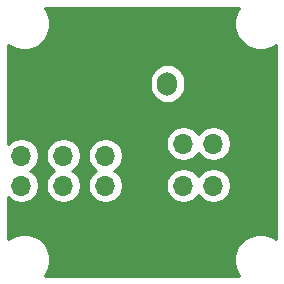
<source format=gbr>
%TF.GenerationSoftware,KiCad,Pcbnew,(5.1.9)-1*%
%TF.CreationDate,2021-08-13T14:48:15+01:00*%
%TF.ProjectId,5-servos,352d7365-7276-46f7-932e-6b696361645f,rev?*%
%TF.SameCoordinates,Original*%
%TF.FileFunction,Copper,L2,Bot*%
%TF.FilePolarity,Positive*%
%FSLAX46Y46*%
G04 Gerber Fmt 4.6, Leading zero omitted, Abs format (unit mm)*
G04 Created by KiCad (PCBNEW (5.1.9)-1) date 2021-08-13 14:48:15*
%MOMM*%
%LPD*%
G01*
G04 APERTURE LIST*
%TA.AperFunction,ComponentPad*%
%ADD10O,1.700000X1.700000*%
%TD*%
%TA.AperFunction,ComponentPad*%
%ADD11R,1.700000X1.700000*%
%TD*%
%TA.AperFunction,ComponentPad*%
%ADD12O,1.700000X2.000000*%
%TD*%
%TA.AperFunction,ViaPad*%
%ADD13C,0.800000*%
%TD*%
%TA.AperFunction,Conductor*%
%ADD14C,0.254000*%
%TD*%
%TA.AperFunction,Conductor*%
%ADD15C,0.100000*%
%TD*%
G04 APERTURE END LIST*
D10*
%TO.P,J10,3*%
%TO.N,Net-(J1-Pad1)*%
X159766000Y-155702000D03*
%TO.P,J10,2*%
%TO.N,+BATT*%
X159766000Y-153162000D03*
D11*
%TO.P,J10,1*%
%TO.N,GND*%
X159766000Y-150622000D03*
%TD*%
D10*
%TO.P,J5,3*%
%TO.N,Net-(J1-Pad3)*%
X163322000Y-155702000D03*
%TO.P,J5,2*%
%TO.N,+BATT*%
X163322000Y-153162000D03*
D11*
%TO.P,J5,1*%
%TO.N,GND*%
X163322000Y-150622000D03*
%TD*%
D10*
%TO.P,J4,3*%
%TO.N,Net-(J1-Pad4)*%
X166878000Y-155702000D03*
%TO.P,J4,2*%
%TO.N,+BATT*%
X166878000Y-153162000D03*
D11*
%TO.P,J4,1*%
%TO.N,GND*%
X166878000Y-150622000D03*
%TD*%
D10*
%TO.P,J3,3*%
%TO.N,Net-(J1-Pad5)*%
X173482000Y-152146000D03*
%TO.P,J3,2*%
%TO.N,+BATT*%
X176022000Y-152146000D03*
D11*
%TO.P,J3,1*%
%TO.N,GND*%
X178562000Y-152146000D03*
%TD*%
D10*
%TO.P,J2,3*%
%TO.N,Net-(J1-Pad6)*%
X173482000Y-155702000D03*
%TO.P,J2,2*%
%TO.N,+BATT*%
X176022000Y-155702000D03*
D11*
%TO.P,J2,1*%
%TO.N,GND*%
X178562000Y-155702000D03*
%TD*%
D12*
%TO.P,J6,2*%
%TO.N,+BATT*%
X172125000Y-147066000D03*
%TO.P,J6,1*%
%TO.N,GND*%
%TA.AperFunction,ComponentPad*%
G36*
G01*
X175475000Y-146316000D02*
X175475000Y-147816000D01*
G75*
G02*
X175225000Y-148066000I-250000J0D01*
G01*
X174025000Y-148066000D01*
G75*
G02*
X173775000Y-147816000I0J250000D01*
G01*
X173775000Y-146316000D01*
G75*
G02*
X174025000Y-146066000I250000J0D01*
G01*
X175225000Y-146066000D01*
G75*
G02*
X175475000Y-146316000I0J-250000D01*
G01*
G37*
%TD.AperFunction*%
%TD*%
D13*
%TO.N,GND*%
X177038000Y-158877000D03*
%TD*%
D14*
%TO.N,GND*%
X178026458Y-140945120D02*
X177858582Y-141350408D01*
X177773000Y-141780660D01*
X177773000Y-142219340D01*
X177858582Y-142649592D01*
X178026458Y-143054880D01*
X178270176Y-143419630D01*
X178580370Y-143729824D01*
X178945120Y-143973542D01*
X179350408Y-144141418D01*
X179780660Y-144227000D01*
X180219340Y-144227000D01*
X180649592Y-144141418D01*
X181054880Y-143973542D01*
X181340000Y-143783031D01*
X181340001Y-160216970D01*
X181054880Y-160026458D01*
X180649592Y-159858582D01*
X180219340Y-159773000D01*
X179780660Y-159773000D01*
X179350408Y-159858582D01*
X178945120Y-160026458D01*
X178580370Y-160270176D01*
X178270176Y-160580370D01*
X178026458Y-160945120D01*
X177858582Y-161350408D01*
X177773000Y-161780660D01*
X177773000Y-162219340D01*
X177858582Y-162649592D01*
X178026458Y-163054880D01*
X178216969Y-163340000D01*
X161783031Y-163340000D01*
X161973542Y-163054880D01*
X162141418Y-162649592D01*
X162227000Y-162219340D01*
X162227000Y-161780660D01*
X162141418Y-161350408D01*
X161973542Y-160945120D01*
X161729824Y-160580370D01*
X161419630Y-160270176D01*
X161054880Y-160026458D01*
X160649592Y-159858582D01*
X160219340Y-159773000D01*
X159780660Y-159773000D01*
X159350408Y-159858582D01*
X158945120Y-160026458D01*
X158660000Y-160216969D01*
X158660000Y-156696107D01*
X158819368Y-156855475D01*
X159062589Y-157017990D01*
X159332842Y-157129932D01*
X159619740Y-157187000D01*
X159912260Y-157187000D01*
X160199158Y-157129932D01*
X160469411Y-157017990D01*
X160712632Y-156855475D01*
X160919475Y-156648632D01*
X161081990Y-156405411D01*
X161193932Y-156135158D01*
X161251000Y-155848260D01*
X161251000Y-155555740D01*
X161193932Y-155268842D01*
X161081990Y-154998589D01*
X160919475Y-154755368D01*
X160712632Y-154548525D01*
X160538240Y-154432000D01*
X160712632Y-154315475D01*
X160919475Y-154108632D01*
X161081990Y-153865411D01*
X161193932Y-153595158D01*
X161251000Y-153308260D01*
X161251000Y-153015740D01*
X161837000Y-153015740D01*
X161837000Y-153308260D01*
X161894068Y-153595158D01*
X162006010Y-153865411D01*
X162168525Y-154108632D01*
X162375368Y-154315475D01*
X162549760Y-154432000D01*
X162375368Y-154548525D01*
X162168525Y-154755368D01*
X162006010Y-154998589D01*
X161894068Y-155268842D01*
X161837000Y-155555740D01*
X161837000Y-155848260D01*
X161894068Y-156135158D01*
X162006010Y-156405411D01*
X162168525Y-156648632D01*
X162375368Y-156855475D01*
X162618589Y-157017990D01*
X162888842Y-157129932D01*
X163175740Y-157187000D01*
X163468260Y-157187000D01*
X163755158Y-157129932D01*
X164025411Y-157017990D01*
X164268632Y-156855475D01*
X164475475Y-156648632D01*
X164637990Y-156405411D01*
X164749932Y-156135158D01*
X164807000Y-155848260D01*
X164807000Y-155555740D01*
X164749932Y-155268842D01*
X164637990Y-154998589D01*
X164475475Y-154755368D01*
X164268632Y-154548525D01*
X164094240Y-154432000D01*
X164268632Y-154315475D01*
X164475475Y-154108632D01*
X164637990Y-153865411D01*
X164749932Y-153595158D01*
X164807000Y-153308260D01*
X164807000Y-153015740D01*
X165393000Y-153015740D01*
X165393000Y-153308260D01*
X165450068Y-153595158D01*
X165562010Y-153865411D01*
X165724525Y-154108632D01*
X165931368Y-154315475D01*
X166105760Y-154432000D01*
X165931368Y-154548525D01*
X165724525Y-154755368D01*
X165562010Y-154998589D01*
X165450068Y-155268842D01*
X165393000Y-155555740D01*
X165393000Y-155848260D01*
X165450068Y-156135158D01*
X165562010Y-156405411D01*
X165724525Y-156648632D01*
X165931368Y-156855475D01*
X166174589Y-157017990D01*
X166444842Y-157129932D01*
X166731740Y-157187000D01*
X167024260Y-157187000D01*
X167311158Y-157129932D01*
X167581411Y-157017990D01*
X167824632Y-156855475D01*
X168031475Y-156648632D01*
X168193990Y-156405411D01*
X168305932Y-156135158D01*
X168363000Y-155848260D01*
X168363000Y-155555740D01*
X171997000Y-155555740D01*
X171997000Y-155848260D01*
X172054068Y-156135158D01*
X172166010Y-156405411D01*
X172328525Y-156648632D01*
X172535368Y-156855475D01*
X172778589Y-157017990D01*
X173048842Y-157129932D01*
X173335740Y-157187000D01*
X173628260Y-157187000D01*
X173915158Y-157129932D01*
X174185411Y-157017990D01*
X174428632Y-156855475D01*
X174635475Y-156648632D01*
X174752000Y-156474240D01*
X174868525Y-156648632D01*
X175075368Y-156855475D01*
X175318589Y-157017990D01*
X175588842Y-157129932D01*
X175875740Y-157187000D01*
X176168260Y-157187000D01*
X176455158Y-157129932D01*
X176725411Y-157017990D01*
X176968632Y-156855475D01*
X177175475Y-156648632D01*
X177337990Y-156405411D01*
X177449932Y-156135158D01*
X177507000Y-155848260D01*
X177507000Y-155555740D01*
X177449932Y-155268842D01*
X177337990Y-154998589D01*
X177175475Y-154755368D01*
X176968632Y-154548525D01*
X176725411Y-154386010D01*
X176455158Y-154274068D01*
X176168260Y-154217000D01*
X175875740Y-154217000D01*
X175588842Y-154274068D01*
X175318589Y-154386010D01*
X175075368Y-154548525D01*
X174868525Y-154755368D01*
X174752000Y-154929760D01*
X174635475Y-154755368D01*
X174428632Y-154548525D01*
X174185411Y-154386010D01*
X173915158Y-154274068D01*
X173628260Y-154217000D01*
X173335740Y-154217000D01*
X173048842Y-154274068D01*
X172778589Y-154386010D01*
X172535368Y-154548525D01*
X172328525Y-154755368D01*
X172166010Y-154998589D01*
X172054068Y-155268842D01*
X171997000Y-155555740D01*
X168363000Y-155555740D01*
X168305932Y-155268842D01*
X168193990Y-154998589D01*
X168031475Y-154755368D01*
X167824632Y-154548525D01*
X167650240Y-154432000D01*
X167824632Y-154315475D01*
X168031475Y-154108632D01*
X168193990Y-153865411D01*
X168305932Y-153595158D01*
X168363000Y-153308260D01*
X168363000Y-153015740D01*
X168305932Y-152728842D01*
X168193990Y-152458589D01*
X168031475Y-152215368D01*
X167824632Y-152008525D01*
X167811485Y-151999740D01*
X171997000Y-151999740D01*
X171997000Y-152292260D01*
X172054068Y-152579158D01*
X172166010Y-152849411D01*
X172328525Y-153092632D01*
X172535368Y-153299475D01*
X172778589Y-153461990D01*
X173048842Y-153573932D01*
X173335740Y-153631000D01*
X173628260Y-153631000D01*
X173915158Y-153573932D01*
X174185411Y-153461990D01*
X174428632Y-153299475D01*
X174635475Y-153092632D01*
X174752000Y-152918240D01*
X174868525Y-153092632D01*
X175075368Y-153299475D01*
X175318589Y-153461990D01*
X175588842Y-153573932D01*
X175875740Y-153631000D01*
X176168260Y-153631000D01*
X176455158Y-153573932D01*
X176725411Y-153461990D01*
X176968632Y-153299475D01*
X177175475Y-153092632D01*
X177337990Y-152849411D01*
X177449932Y-152579158D01*
X177507000Y-152292260D01*
X177507000Y-151999740D01*
X177449932Y-151712842D01*
X177337990Y-151442589D01*
X177175475Y-151199368D01*
X176968632Y-150992525D01*
X176725411Y-150830010D01*
X176455158Y-150718068D01*
X176168260Y-150661000D01*
X175875740Y-150661000D01*
X175588842Y-150718068D01*
X175318589Y-150830010D01*
X175075368Y-150992525D01*
X174868525Y-151199368D01*
X174752000Y-151373760D01*
X174635475Y-151199368D01*
X174428632Y-150992525D01*
X174185411Y-150830010D01*
X173915158Y-150718068D01*
X173628260Y-150661000D01*
X173335740Y-150661000D01*
X173048842Y-150718068D01*
X172778589Y-150830010D01*
X172535368Y-150992525D01*
X172328525Y-151199368D01*
X172166010Y-151442589D01*
X172054068Y-151712842D01*
X171997000Y-151999740D01*
X167811485Y-151999740D01*
X167581411Y-151846010D01*
X167311158Y-151734068D01*
X167024260Y-151677000D01*
X166731740Y-151677000D01*
X166444842Y-151734068D01*
X166174589Y-151846010D01*
X165931368Y-152008525D01*
X165724525Y-152215368D01*
X165562010Y-152458589D01*
X165450068Y-152728842D01*
X165393000Y-153015740D01*
X164807000Y-153015740D01*
X164749932Y-152728842D01*
X164637990Y-152458589D01*
X164475475Y-152215368D01*
X164268632Y-152008525D01*
X164025411Y-151846010D01*
X163755158Y-151734068D01*
X163468260Y-151677000D01*
X163175740Y-151677000D01*
X162888842Y-151734068D01*
X162618589Y-151846010D01*
X162375368Y-152008525D01*
X162168525Y-152215368D01*
X162006010Y-152458589D01*
X161894068Y-152728842D01*
X161837000Y-153015740D01*
X161251000Y-153015740D01*
X161193932Y-152728842D01*
X161081990Y-152458589D01*
X160919475Y-152215368D01*
X160712632Y-152008525D01*
X160469411Y-151846010D01*
X160199158Y-151734068D01*
X159912260Y-151677000D01*
X159619740Y-151677000D01*
X159332842Y-151734068D01*
X159062589Y-151846010D01*
X158819368Y-152008525D01*
X158660000Y-152167893D01*
X158660000Y-146843050D01*
X170640000Y-146843050D01*
X170640000Y-147288949D01*
X170661487Y-147507110D01*
X170746401Y-147787033D01*
X170884294Y-148045013D01*
X171069866Y-148271134D01*
X171295986Y-148456706D01*
X171553966Y-148594599D01*
X171833889Y-148679513D01*
X172125000Y-148708185D01*
X172416110Y-148679513D01*
X172696033Y-148594599D01*
X172954013Y-148456706D01*
X173180134Y-148271134D01*
X173365706Y-148045014D01*
X173503599Y-147787034D01*
X173588513Y-147507111D01*
X173610000Y-147288950D01*
X173610000Y-146843051D01*
X173588513Y-146624890D01*
X173503599Y-146344967D01*
X173365706Y-146086986D01*
X173180134Y-145860866D01*
X172954014Y-145675294D01*
X172696034Y-145537401D01*
X172416111Y-145452487D01*
X172125000Y-145423815D01*
X171833890Y-145452487D01*
X171553967Y-145537401D01*
X171295987Y-145675294D01*
X171069866Y-145860866D01*
X170884294Y-146086986D01*
X170746401Y-146344966D01*
X170661487Y-146624889D01*
X170640000Y-146843050D01*
X158660000Y-146843050D01*
X158660000Y-143783031D01*
X158945120Y-143973542D01*
X159350408Y-144141418D01*
X159780660Y-144227000D01*
X160219340Y-144227000D01*
X160649592Y-144141418D01*
X161054880Y-143973542D01*
X161419630Y-143729824D01*
X161729824Y-143419630D01*
X161973542Y-143054880D01*
X162141418Y-142649592D01*
X162227000Y-142219340D01*
X162227000Y-141780660D01*
X162141418Y-141350408D01*
X161973542Y-140945120D01*
X161783031Y-140660000D01*
X178216969Y-140660000D01*
X178026458Y-140945120D01*
%TA.AperFunction,Conductor*%
D15*
G36*
X178026458Y-140945120D02*
G01*
X177858582Y-141350408D01*
X177773000Y-141780660D01*
X177773000Y-142219340D01*
X177858582Y-142649592D01*
X178026458Y-143054880D01*
X178270176Y-143419630D01*
X178580370Y-143729824D01*
X178945120Y-143973542D01*
X179350408Y-144141418D01*
X179780660Y-144227000D01*
X180219340Y-144227000D01*
X180649592Y-144141418D01*
X181054880Y-143973542D01*
X181340000Y-143783031D01*
X181340001Y-160216970D01*
X181054880Y-160026458D01*
X180649592Y-159858582D01*
X180219340Y-159773000D01*
X179780660Y-159773000D01*
X179350408Y-159858582D01*
X178945120Y-160026458D01*
X178580370Y-160270176D01*
X178270176Y-160580370D01*
X178026458Y-160945120D01*
X177858582Y-161350408D01*
X177773000Y-161780660D01*
X177773000Y-162219340D01*
X177858582Y-162649592D01*
X178026458Y-163054880D01*
X178216969Y-163340000D01*
X161783031Y-163340000D01*
X161973542Y-163054880D01*
X162141418Y-162649592D01*
X162227000Y-162219340D01*
X162227000Y-161780660D01*
X162141418Y-161350408D01*
X161973542Y-160945120D01*
X161729824Y-160580370D01*
X161419630Y-160270176D01*
X161054880Y-160026458D01*
X160649592Y-159858582D01*
X160219340Y-159773000D01*
X159780660Y-159773000D01*
X159350408Y-159858582D01*
X158945120Y-160026458D01*
X158660000Y-160216969D01*
X158660000Y-156696107D01*
X158819368Y-156855475D01*
X159062589Y-157017990D01*
X159332842Y-157129932D01*
X159619740Y-157187000D01*
X159912260Y-157187000D01*
X160199158Y-157129932D01*
X160469411Y-157017990D01*
X160712632Y-156855475D01*
X160919475Y-156648632D01*
X161081990Y-156405411D01*
X161193932Y-156135158D01*
X161251000Y-155848260D01*
X161251000Y-155555740D01*
X161193932Y-155268842D01*
X161081990Y-154998589D01*
X160919475Y-154755368D01*
X160712632Y-154548525D01*
X160538240Y-154432000D01*
X160712632Y-154315475D01*
X160919475Y-154108632D01*
X161081990Y-153865411D01*
X161193932Y-153595158D01*
X161251000Y-153308260D01*
X161251000Y-153015740D01*
X161837000Y-153015740D01*
X161837000Y-153308260D01*
X161894068Y-153595158D01*
X162006010Y-153865411D01*
X162168525Y-154108632D01*
X162375368Y-154315475D01*
X162549760Y-154432000D01*
X162375368Y-154548525D01*
X162168525Y-154755368D01*
X162006010Y-154998589D01*
X161894068Y-155268842D01*
X161837000Y-155555740D01*
X161837000Y-155848260D01*
X161894068Y-156135158D01*
X162006010Y-156405411D01*
X162168525Y-156648632D01*
X162375368Y-156855475D01*
X162618589Y-157017990D01*
X162888842Y-157129932D01*
X163175740Y-157187000D01*
X163468260Y-157187000D01*
X163755158Y-157129932D01*
X164025411Y-157017990D01*
X164268632Y-156855475D01*
X164475475Y-156648632D01*
X164637990Y-156405411D01*
X164749932Y-156135158D01*
X164807000Y-155848260D01*
X164807000Y-155555740D01*
X164749932Y-155268842D01*
X164637990Y-154998589D01*
X164475475Y-154755368D01*
X164268632Y-154548525D01*
X164094240Y-154432000D01*
X164268632Y-154315475D01*
X164475475Y-154108632D01*
X164637990Y-153865411D01*
X164749932Y-153595158D01*
X164807000Y-153308260D01*
X164807000Y-153015740D01*
X165393000Y-153015740D01*
X165393000Y-153308260D01*
X165450068Y-153595158D01*
X165562010Y-153865411D01*
X165724525Y-154108632D01*
X165931368Y-154315475D01*
X166105760Y-154432000D01*
X165931368Y-154548525D01*
X165724525Y-154755368D01*
X165562010Y-154998589D01*
X165450068Y-155268842D01*
X165393000Y-155555740D01*
X165393000Y-155848260D01*
X165450068Y-156135158D01*
X165562010Y-156405411D01*
X165724525Y-156648632D01*
X165931368Y-156855475D01*
X166174589Y-157017990D01*
X166444842Y-157129932D01*
X166731740Y-157187000D01*
X167024260Y-157187000D01*
X167311158Y-157129932D01*
X167581411Y-157017990D01*
X167824632Y-156855475D01*
X168031475Y-156648632D01*
X168193990Y-156405411D01*
X168305932Y-156135158D01*
X168363000Y-155848260D01*
X168363000Y-155555740D01*
X171997000Y-155555740D01*
X171997000Y-155848260D01*
X172054068Y-156135158D01*
X172166010Y-156405411D01*
X172328525Y-156648632D01*
X172535368Y-156855475D01*
X172778589Y-157017990D01*
X173048842Y-157129932D01*
X173335740Y-157187000D01*
X173628260Y-157187000D01*
X173915158Y-157129932D01*
X174185411Y-157017990D01*
X174428632Y-156855475D01*
X174635475Y-156648632D01*
X174752000Y-156474240D01*
X174868525Y-156648632D01*
X175075368Y-156855475D01*
X175318589Y-157017990D01*
X175588842Y-157129932D01*
X175875740Y-157187000D01*
X176168260Y-157187000D01*
X176455158Y-157129932D01*
X176725411Y-157017990D01*
X176968632Y-156855475D01*
X177175475Y-156648632D01*
X177337990Y-156405411D01*
X177449932Y-156135158D01*
X177507000Y-155848260D01*
X177507000Y-155555740D01*
X177449932Y-155268842D01*
X177337990Y-154998589D01*
X177175475Y-154755368D01*
X176968632Y-154548525D01*
X176725411Y-154386010D01*
X176455158Y-154274068D01*
X176168260Y-154217000D01*
X175875740Y-154217000D01*
X175588842Y-154274068D01*
X175318589Y-154386010D01*
X175075368Y-154548525D01*
X174868525Y-154755368D01*
X174752000Y-154929760D01*
X174635475Y-154755368D01*
X174428632Y-154548525D01*
X174185411Y-154386010D01*
X173915158Y-154274068D01*
X173628260Y-154217000D01*
X173335740Y-154217000D01*
X173048842Y-154274068D01*
X172778589Y-154386010D01*
X172535368Y-154548525D01*
X172328525Y-154755368D01*
X172166010Y-154998589D01*
X172054068Y-155268842D01*
X171997000Y-155555740D01*
X168363000Y-155555740D01*
X168305932Y-155268842D01*
X168193990Y-154998589D01*
X168031475Y-154755368D01*
X167824632Y-154548525D01*
X167650240Y-154432000D01*
X167824632Y-154315475D01*
X168031475Y-154108632D01*
X168193990Y-153865411D01*
X168305932Y-153595158D01*
X168363000Y-153308260D01*
X168363000Y-153015740D01*
X168305932Y-152728842D01*
X168193990Y-152458589D01*
X168031475Y-152215368D01*
X167824632Y-152008525D01*
X167811485Y-151999740D01*
X171997000Y-151999740D01*
X171997000Y-152292260D01*
X172054068Y-152579158D01*
X172166010Y-152849411D01*
X172328525Y-153092632D01*
X172535368Y-153299475D01*
X172778589Y-153461990D01*
X173048842Y-153573932D01*
X173335740Y-153631000D01*
X173628260Y-153631000D01*
X173915158Y-153573932D01*
X174185411Y-153461990D01*
X174428632Y-153299475D01*
X174635475Y-153092632D01*
X174752000Y-152918240D01*
X174868525Y-153092632D01*
X175075368Y-153299475D01*
X175318589Y-153461990D01*
X175588842Y-153573932D01*
X175875740Y-153631000D01*
X176168260Y-153631000D01*
X176455158Y-153573932D01*
X176725411Y-153461990D01*
X176968632Y-153299475D01*
X177175475Y-153092632D01*
X177337990Y-152849411D01*
X177449932Y-152579158D01*
X177507000Y-152292260D01*
X177507000Y-151999740D01*
X177449932Y-151712842D01*
X177337990Y-151442589D01*
X177175475Y-151199368D01*
X176968632Y-150992525D01*
X176725411Y-150830010D01*
X176455158Y-150718068D01*
X176168260Y-150661000D01*
X175875740Y-150661000D01*
X175588842Y-150718068D01*
X175318589Y-150830010D01*
X175075368Y-150992525D01*
X174868525Y-151199368D01*
X174752000Y-151373760D01*
X174635475Y-151199368D01*
X174428632Y-150992525D01*
X174185411Y-150830010D01*
X173915158Y-150718068D01*
X173628260Y-150661000D01*
X173335740Y-150661000D01*
X173048842Y-150718068D01*
X172778589Y-150830010D01*
X172535368Y-150992525D01*
X172328525Y-151199368D01*
X172166010Y-151442589D01*
X172054068Y-151712842D01*
X171997000Y-151999740D01*
X167811485Y-151999740D01*
X167581411Y-151846010D01*
X167311158Y-151734068D01*
X167024260Y-151677000D01*
X166731740Y-151677000D01*
X166444842Y-151734068D01*
X166174589Y-151846010D01*
X165931368Y-152008525D01*
X165724525Y-152215368D01*
X165562010Y-152458589D01*
X165450068Y-152728842D01*
X165393000Y-153015740D01*
X164807000Y-153015740D01*
X164749932Y-152728842D01*
X164637990Y-152458589D01*
X164475475Y-152215368D01*
X164268632Y-152008525D01*
X164025411Y-151846010D01*
X163755158Y-151734068D01*
X163468260Y-151677000D01*
X163175740Y-151677000D01*
X162888842Y-151734068D01*
X162618589Y-151846010D01*
X162375368Y-152008525D01*
X162168525Y-152215368D01*
X162006010Y-152458589D01*
X161894068Y-152728842D01*
X161837000Y-153015740D01*
X161251000Y-153015740D01*
X161193932Y-152728842D01*
X161081990Y-152458589D01*
X160919475Y-152215368D01*
X160712632Y-152008525D01*
X160469411Y-151846010D01*
X160199158Y-151734068D01*
X159912260Y-151677000D01*
X159619740Y-151677000D01*
X159332842Y-151734068D01*
X159062589Y-151846010D01*
X158819368Y-152008525D01*
X158660000Y-152167893D01*
X158660000Y-146843050D01*
X170640000Y-146843050D01*
X170640000Y-147288949D01*
X170661487Y-147507110D01*
X170746401Y-147787033D01*
X170884294Y-148045013D01*
X171069866Y-148271134D01*
X171295986Y-148456706D01*
X171553966Y-148594599D01*
X171833889Y-148679513D01*
X172125000Y-148708185D01*
X172416110Y-148679513D01*
X172696033Y-148594599D01*
X172954013Y-148456706D01*
X173180134Y-148271134D01*
X173365706Y-148045014D01*
X173503599Y-147787034D01*
X173588513Y-147507111D01*
X173610000Y-147288950D01*
X173610000Y-146843051D01*
X173588513Y-146624890D01*
X173503599Y-146344967D01*
X173365706Y-146086986D01*
X173180134Y-145860866D01*
X172954014Y-145675294D01*
X172696034Y-145537401D01*
X172416111Y-145452487D01*
X172125000Y-145423815D01*
X171833890Y-145452487D01*
X171553967Y-145537401D01*
X171295987Y-145675294D01*
X171069866Y-145860866D01*
X170884294Y-146086986D01*
X170746401Y-146344966D01*
X170661487Y-146624889D01*
X170640000Y-146843050D01*
X158660000Y-146843050D01*
X158660000Y-143783031D01*
X158945120Y-143973542D01*
X159350408Y-144141418D01*
X159780660Y-144227000D01*
X160219340Y-144227000D01*
X160649592Y-144141418D01*
X161054880Y-143973542D01*
X161419630Y-143729824D01*
X161729824Y-143419630D01*
X161973542Y-143054880D01*
X162141418Y-142649592D01*
X162227000Y-142219340D01*
X162227000Y-141780660D01*
X162141418Y-141350408D01*
X161973542Y-140945120D01*
X161783031Y-140660000D01*
X178216969Y-140660000D01*
X178026458Y-140945120D01*
G37*
%TD.AperFunction*%
%TD*%
M02*

</source>
